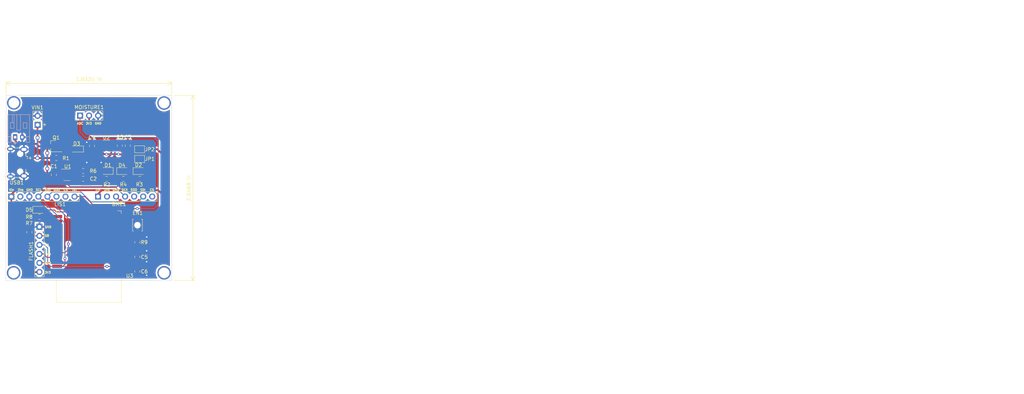
<source format=kicad_pcb>
(kicad_pcb (version 20171130) (host pcbnew "(5.1.9)-1")
  (layers (0 F.Cu signal) (31 B.Cu signal) (34 B.Paste user hide) (35 F.Paste user hide) (36 B.SilkS user) (37 F.SilkS user) (38 B.Mask user hide) (39 F.Mask user) (44 Edge.Cuts user))
  (net 0 "")
  (net 1 GND)
  (net 2 +BATT)
  (net 3 VBUS)
  (net 4 +3V3)
  (net 5 EN)
  (net 6 "Net-(D1-Pad1)")
  (net 7 IO2)
  (net 8 "Net-(D5-Pad1)")
  (net 9 SDA)
  (net 10 SCL)
  (net 11 TX0)
  (net 12 RX0)
  (net 13 IO0)
  (net 14 "Net-(R5-Pad1)")
  (net 15 "Net-(D4-Pad2)")
  (net 16 "Net-(U2-Pad4)")
  (net 17 "Net-(U3-Pad32)")
  (net 18 "Net-(BME1-Pad7)")
  (net 19 "Net-(BME1-Pad5)")
  (net 20 "Net-(BME1-Pad2)")
  (net 21 "Net-(C3-Pad1)")
  (net 22 "Net-(U3-Pad37)")
  (net 23 "Net-(U3-Pad31)")
  (net 24 "Net-(U3-Pad30)")
  (net 25 "Net-(U3-Pad29)")
  (net 26 "Net-(U3-Pad28)")
  (net 27 "Net-(U3-Pad27)")
  (net 28 "Net-(U3-Pad26)")
  (net 29 "Net-(U3-Pad23)")
  (net 30 "Net-(U3-Pad22)")
  (net 31 "Net-(U3-Pad21)")
  (net 32 "Net-(U3-Pad20)")
  (net 33 "Net-(U3-Pad19)")
  (net 34 "Net-(U3-Pad18)")
  (net 35 "Net-(U3-Pad17)")
  (net 36 "Net-(U3-Pad16)")
  (net 37 "Net-(U3-Pad14)")
  (net 38 "Net-(U3-Pad13)")
  (net 39 "Net-(U3-Pad12)")
  (net 40 "Net-(U3-Pad11)")
  (net 41 "Net-(U3-Pad10)")
  (net 42 "Net-(U3-Pad8)")
  (net 43 "Net-(U3-Pad7)")
  (net 44 "Net-(U3-Pad5)")
  (net 45 "Net-(U3-Pad4)")
  (net 46 "Net-(USB1-Pad4)")
  (net 47 "Net-(USB1-Pad3)")
  (net 48 "Net-(USB1-Pad2)")
  (net 49 "Net-(C4-Pad1)")
  (net 50 "Net-(R2-Pad1)")
  (net 51 "Net-(D2-Pad2)")
  (net 52 "Net-(D2-Pad1)")
  (net 53 "Net-(R6-Pad1)")
  (net 54 INT)
  (net 55 "Net-(LIS1-Pad7)")
  (net 56 "Net-(LIS1-Pad6)")
  (net 57 "Net-(LIS1-Pad2)")
  (net 58 ADC1)
  (module MountingHole:MountingHole_2.2mm_M2_DIN965_Pad (layer F.Cu) (at 127.68834 123.15444)
    (fp_text reference H4 hide)
    (fp_text value MountingHole)
    (pad 1 thru_hole circle (at 0 0) (size 3.8 3.8) (drill 3) (layers *.Cu *.Mask))
  )
  (module MountingHole:MountingHole_2.2mm_M2_DIN965_Pad (layer F.Cu) (at 169.99458 123.14682)
    (fp_text reference H3 hide)
    (fp_text value MountingHole)
    (pad 1 thru_hole circle (at 0 0) (size 3.8 3.8) (drill 3) (layers *.Cu *.Mask))
  )
  (module MountingHole:MountingHole_2.2mm_M2_DIN965_Pad (layer F.Cu) (at 169.98188 75.42022)
    (fp_text reference H2 hide)
    (fp_text value MountingHole)
    (pad 1 thru_hole circle (at 0 0) (size 3.8 3.8) (drill 3) (layers *.Cu *.Mask))
  )
  (module MountingHole:MountingHole_2.2mm_M2_DIN965_Pad (layer F.Cu) (at 127.73914 75.37704)
    (fp_text reference H1 hide)
    (fp_text value MountingHole)
    (pad 1 thru_hole circle (at 0 0) (size 3.8 3.8) (drill 3) (layers *.Cu *.Mask))
  )
  (module Connector_PinHeader_2.54mm:PinHeader_1x03_P2.54mm_Vertical (layer F.Cu) (at 146.35988 78.95336 90)
    (fp_text reference MOISTURE1 (at 2.35336 2.57012 180) (layer F.SilkS))
    (fp_text value MOISTURE)
    (pad 3 thru_hole oval (at 0 5.08 90) (size 1.7 1.7) (drill 1) (layers *.Cu *.Mask) (net 1 GND))
    (pad 2 thru_hole oval (at 0 2.54 90) (size 1.7 1.7) (drill 1) (layers *.Cu *.Mask) (net 4 +3V3))
    (pad 1 thru_hole rect (at 0 0 90) (size 1.7 1.7) (drill 1) (layers *.Cu *.Mask) (net 58 ADC1))
  )
  (module Diode_SMD:D_SOD-323_HandSoldering (layer F.Cu) (at 145.43428 88.34248 180)
    (fp_text reference D3 (at 0.01652 1.50432) (layer F.SilkS))
    (fp_text value 1A/23V/620mV)
    (pad 2 smd rect (at 1.25 0 180) (size 1 1) (layers F.Cu F.Paste F.Mask) (net 3 VBUS))
    (pad 1 smd rect (at -1.25 0 180) (size 1 1) (layers F.Cu F.Paste F.Mask) (net 49 "Net-(C4-Pad1)"))
  )
  (module LED_SMD:LED_0805_2012Metric_Pad1.15x1.40mm_HandSolder (layer F.Cu) (at 163.13 94.55)
    (fp_text reference D2 (at -0.35 -1.71) (layer F.SilkS))
    (fp_text value Red)
    (pad 2 smd roundrect (at 1.025 0) (size 1.15 1.4) (layers F.Cu F.Paste F.Mask) (roundrect_rratio 0.2173904347826087) (net 51 "Net-(D2-Pad2)"))
    (pad 1 smd roundrect (at -1.025 0) (size 1.15 1.4) (layers F.Cu F.Paste F.Mask) (roundrect_rratio 0.2173904347826087) (net 52 "Net-(D2-Pad1)"))
  )
  (module Jumper:SolderJumper-2_P1.3mm_Open_TrianglePad1.0x1.5mm (layer F.Cu) (at 163.085 88.42)
    (fp_text reference JP2 (at 2.875 0.04) (layer F.SilkS))
    (fp_text value SJ)
    (pad 1 smd custom (at -0.725 0) (size 0.3 0.3) (layers F.Cu F.Mask) (net 21 "Net-(C3-Pad1)") (options (clearance outline) (anchor rect)) (primitives (gr_poly (pts (xy -0.5 -0.75) (xy 0.5 -0.75) (xy 1 0) (xy 0.5 0.75) (xy -0.5 0.75)) (width 0))))
    (pad 2 smd custom (at 0.725 0) (size 0.3 0.3) (layers F.Cu F.Mask) (net 4 +3V3) (options (clearance outline) (anchor rect)) (primitives (gr_poly (pts (xy -0.65 -0.75) (xy 0.5 -0.75) (xy 0.5 0.75) (xy -0.65 0.75) (xy -0.15 0)) (width 0))))
  )
  (module LED_SMD:LED_0805_2012Metric_Pad1.15x1.40mm_HandSolder (layer F.Cu) (at 158.54 94.55)
    (fp_text reference D4 (at -0.42 -1.64 180) (layer F.SilkS))
    (fp_text value Green)
    (pad 1 smd roundrect (at -1.025 0) (size 1.15 1.4) (layers F.Cu F.Paste F.Mask) (roundrect_rratio 0.2173904347826087) (net 1 GND))
    (pad 2 smd roundrect (at 1.025 0) (size 1.15 1.4) (layers F.Cu F.Paste F.Mask) (roundrect_rratio 0.2173904347826087) (net 15 "Net-(D4-Pad2)"))
  )
  (module Package_TO_SOT_SMD:SOT-23-5_HandSoldering (layer F.Cu) (at 142.6638 95.60794)
    (fp_text reference U1 (at 0.23174 -2.35628) (layer F.SilkS))
    (fp_text value MCP73831)
    (pad 5 smd rect (at 1.35 -0.95) (size 1.56 0.65) (layers F.Cu F.Paste F.Mask) (net 53 "Net-(R6-Pad1)"))
    (pad 4 smd rect (at 1.35 0.95) (size 1.56 0.65) (layers F.Cu F.Paste F.Mask) (net 3 VBUS))
    (pad 3 smd rect (at -1.35 0.95) (size 1.56 0.65) (layers F.Cu F.Paste F.Mask) (net 2 +BATT))
    (pad 2 smd rect (at -1.35 0) (size 1.56 0.65) (layers F.Cu F.Paste F.Mask) (net 1 GND))
    (pad 1 smd rect (at -1.35 -0.95) (size 1.56 0.65) (layers F.Cu F.Paste F.Mask) (net 50 "Net-(R2-Pad1)"))
  )
  (module RF_Module:ESP32-WROOM-32 (layer F.Cu) (at 148.83 115.6 180)
    (fp_text reference U3 (at -11.48972 -8.3774 180) (layer F.SilkS))
    (fp_text value ESP32-WROOM-32)
    (pad 39 smd rect (at -1 -0.755 180) (size 5 5) (layers F.Cu F.Paste F.Mask) (net 1 GND))
    (pad 1 smd rect (at -8.5 -8.255 180) (size 2.8 0.9) (drill (offset -0.4 0)) (layers F.Cu F.Paste F.Mask) (net 1 GND))
    (pad 2 smd rect (at -8.5 -6.985 180) (size 2.8 0.9) (drill (offset -0.4 0)) (layers F.Cu F.Paste F.Mask) (net 4 +3V3))
    (pad 3 smd rect (at -8.5 -5.715 180) (size 2.8 0.9) (drill (offset -0.4 0)) (layers F.Cu F.Paste F.Mask) (net 5 EN))
    (pad 4 smd rect (at -8.5 -4.445 180) (size 2.8 0.9) (drill (offset -0.4 0)) (layers F.Cu F.Paste F.Mask) (net 45 "Net-(U3-Pad4)"))
    (pad 5 smd rect (at -8.5 -3.175 180) (size 2.8 0.9) (drill (offset -0.4 0)) (layers F.Cu F.Paste F.Mask) (net 44 "Net-(U3-Pad5)"))
    (pad 6 smd rect (at -8.5 -1.905 180) (size 2.8 0.9) (drill (offset -0.4 0)) (layers F.Cu F.Paste F.Mask) (net 58 ADC1))
    (pad 7 smd rect (at -8.5 -0.635 180) (size 2.8 0.9) (drill (offset -0.4 0)) (layers F.Cu F.Paste F.Mask) (net 43 "Net-(U3-Pad7)"))
    (pad 8 smd rect (at -8.5 0.635 180) (size 2.8 0.9) (drill (offset -0.4 0)) (layers F.Cu F.Paste F.Mask) (net 42 "Net-(U3-Pad8)"))
    (pad 9 smd rect (at -8.5 1.905 180) (size 2.8 0.9) (drill (offset -0.4 0)) (layers F.Cu F.Paste F.Mask) (net 54 INT))
    (pad 10 smd rect (at -8.5 3.175 180) (size 2.8 0.9) (drill (offset -0.4 0)) (layers F.Cu F.Paste F.Mask) (net 41 "Net-(U3-Pad10)"))
    (pad 11 smd rect (at -8.5 4.445 180) (size 2.8 0.9) (drill (offset -0.4 0)) (layers F.Cu F.Paste F.Mask) (net 40 "Net-(U3-Pad11)"))
    (pad 12 smd rect (at -8.5 5.715 180) (size 2.8 0.9) (drill (offset -0.4 0)) (layers F.Cu F.Paste F.Mask) (net 39 "Net-(U3-Pad12)"))
    (pad 13 smd rect (at -8.5 6.985 180) (size 2.8 0.9) (drill (offset -0.4 0)) (layers F.Cu F.Paste F.Mask) (net 38 "Net-(U3-Pad13)"))
    (pad 14 smd rect (at -8.5 8.255 180) (size 2.8 0.9) (drill (offset -0.4 0)) (layers F.Cu F.Paste F.Mask) (net 37 "Net-(U3-Pad14)"))
    (pad 15 smd rect (at -5.715 9.255 270) (size 2.8 0.9) (drill (offset -0.4 0)) (layers F.Cu F.Paste F.Mask) (net 1 GND))
    (pad 16 smd rect (at -4.445 9.255 270) (size 2.8 0.9) (drill (offset -0.4 0)) (layers F.Cu F.Paste F.Mask) (net 36 "Net-(U3-Pad16)"))
    (pad 17 smd rect (at -3.175 9.255 270) (size 2.8 0.9) (drill (offset -0.4 0)) (layers F.Cu F.Paste F.Mask) (net 35 "Net-(U3-Pad17)"))
    (pad 18 smd rect (at -1.905 9.255 270) (size 2.8 0.9) (drill (offset -0.4 0)) (layers F.Cu F.Paste F.Mask) (net 34 "Net-(U3-Pad18)"))
    (pad 19 smd rect (at -0.635 9.255 270) (size 2.8 0.9) (drill (offset -0.4 0)) (layers F.Cu F.Paste F.Mask) (net 33 "Net-(U3-Pad19)"))
    (pad 20 smd rect (at 0.635 9.255 270) (size 2.8 0.9) (drill (offset -0.4 0)) (layers F.Cu F.Paste F.Mask) (net 32 "Net-(U3-Pad20)"))
    (pad 21 smd rect (at 1.905 9.255 270) (size 2.8 0.9) (drill (offset -0.4 0)) (layers F.Cu F.Paste F.Mask) (net 31 "Net-(U3-Pad21)"))
    (pad 22 smd rect (at 3.175 9.255 270) (size 2.8 0.9) (drill (offset -0.4 0)) (layers F.Cu F.Paste F.Mask) (net 30 "Net-(U3-Pad22)"))
    (pad 23 smd rect (at 4.445 9.255 270) (size 2.8 0.9) (drill (offset -0.4 0)) (layers F.Cu F.Paste F.Mask) (net 29 "Net-(U3-Pad23)"))
    (pad 24 smd rect (at 5.715 9.255 270) (size 2.8 0.9) (drill (offset -0.4 0)) (layers F.Cu F.Paste F.Mask) (net 7 IO2))
    (pad 25 smd rect (at 8.5 8.255 180) (size 2.8 0.9) (drill (offset 0.4 0)) (layers F.Cu F.Paste F.Mask) (net 13 IO0))
    (pad 26 smd rect (at 8.5 6.985 180) (size 2.8 0.9) (drill (offset 0.4 0)) (layers F.Cu F.Paste F.Mask) (net 28 "Net-(U3-Pad26)"))
    (pad 27 smd rect (at 8.5 5.715 180) (size 2.8 0.9) (drill (offset 0.4 0)) (layers F.Cu F.Paste F.Mask) (net 27 "Net-(U3-Pad27)"))
    (pad 28 smd rect (at 8.5 4.445 180) (size 2.8 0.9) (drill (offset 0.4 0)) (layers F.Cu F.Paste F.Mask) (net 26 "Net-(U3-Pad28)"))
    (pad 29 smd rect (at 8.5 3.175 180) (size 2.8 0.9) (drill (offset 0.4 0)) (layers F.Cu F.Paste F.Mask) (net 25 "Net-(U3-Pad29)"))
    (pad 30 smd rect (at 8.5 1.905 180) (size 2.8 0.9) (drill (offset 0.4 0)) (layers F.Cu F.Paste F.Mask) (net 24 "Net-(U3-Pad30)"))
    (pad 31 smd rect (at 8.5 0.635 180) (size 2.8 0.9) (drill (offset 0.4 0)) (layers F.Cu F.Paste F.Mask) (net 23 "Net-(U3-Pad31)"))
    (pad 32 smd rect (at 8.5 -0.635 180) (size 2.8 0.9) (drill (offset 0.4 0)) (layers F.Cu F.Paste F.Mask) (net 17 "Net-(U3-Pad32)"))
    (pad 33 smd rect (at 8.5 -1.905 180) (size 2.8 0.9) (drill (offset 0.4 0)) (layers F.Cu F.Paste F.Mask) (net 9 SDA))
    (pad 34 smd rect (at 8.5 -3.175 180) (size 2.8 0.9) (drill (offset 0.4 0)) (layers F.Cu F.Paste F.Mask) (net 12 RX0))
    (pad 35 smd rect (at 8.5 -4.445 180) (size 2.8 0.9) (drill (offset 0.4 0)) (layers F.Cu F.Paste F.Mask) (net 11 TX0))
    (pad 36 smd rect (at 8.5 -5.715 180) (size 2.8 0.9) (drill (offset 0.4 0)) (layers F.Cu F.Paste F.Mask) (net 10 SCL))
    (pad 37 smd rect (at 8.5 -6.985 180) (size 2.8 0.9) (drill (offset 0.4 0)) (layers F.Cu F.Paste F.Mask) (net 22 "Net-(U3-Pad37)"))
    (pad 38 smd rect (at 8.5 -8.255 180) (size 2.8 0.9) (drill (offset 0.4 0)) (layers F.Cu F.Paste F.Mask) (net 1 GND))
  )
  (module Connector_USB:USB_Micro-B_Wuerth_629105150521 (layer F.Cu) (at 128.73 92.19 270)
    (fp_text reference USB1 (at 5.61086 0.15494) (layer F.SilkS))
    (fp_text value USB_B_Micro)
    (pad "" np_thru_hole oval (at 2.5 -0.8 270) (size 0.8 0.8) (drill 0.8) (layers *.Cu *.Mask))
    (pad "" np_thru_hole oval (at -2.5 -0.8 270) (size 0.8 0.8) (drill 0.8) (layers *.Cu *.Mask))
    (pad 6 thru_hole oval (at 3.875 1.95 270) (size 1.15 1.8) (drill oval 0.55 1.2) (layers *.Cu *.Mask) (net 1 GND))
    (pad 6 thru_hole oval (at -3.875 1.95 270) (size 1.15 1.8) (drill oval 0.55 1.2) (layers *.Cu *.Mask) (net 1 GND))
    (pad 6 thru_hole oval (at 3.725 -1.85 270) (size 1.45 2) (drill oval 0.85 1.4) (layers *.Cu *.Mask) (net 1 GND))
    (pad 6 thru_hole oval (at -3.725 -1.85 270) (size 1.45 2) (drill oval 0.85 1.4) (layers *.Cu *.Mask) (net 1 GND))
    (pad 5 smd rect (at 1.3 -1.9 270) (size 0.45 1.7) (drill (offset 0 -0.2)) (layers F.Cu F.Paste F.Mask) (net 1 GND))
    (pad 4 smd rect (at 0.65 -1.9 270) (size 0.45 1.7) (drill (offset 0 -0.2)) (layers F.Cu F.Paste F.Mask) (net 46 "Net-(USB1-Pad4)"))
    (pad 3 smd rect (at 0 -1.9 270) (size 0.45 1.7) (drill (offset 0 -0.2)) (layers F.Cu F.Paste F.Mask) (net 47 "Net-(USB1-Pad3)"))
    (pad 2 smd rect (at -0.65 -1.9 270) (size 0.45 1.7) (drill (offset 0 -0.2)) (layers F.Cu F.Paste F.Mask) (net 48 "Net-(USB1-Pad2)"))
    (pad 1 smd rect (at -1.3 -1.9 270) (size 0.45 1.7) (drill (offset 0 -0.2)) (layers F.Cu F.Paste F.Mask) (net 3 VBUS))
  )
  (module Button_Switch_SMD:SW_SPST_B3U-1000P-B (layer F.Cu) (at 162.5 109.76 270)
    (fp_text reference EN1 (at -3.43306 -0.05238) (layer F.SilkS))
    (fp_text value Switch)
    (pad "" np_thru_hole circle (at 0 0 270) (size 0.8 0.8) (drill 0.8) (layers *.Cu *.Mask))
    (pad 2 smd rect (at 1.7 0 270) (size 1.3 1.7) (drill (offset 0.2 0)) (layers F.Cu F.Paste F.Mask) (net 5 EN))
    (pad 1 smd rect (at -1.7 0 270) (size 1.3 1.7) (drill (offset -0.2 0)) (layers F.Cu F.Paste F.Mask) (net 1 GND))
  )
  (module Connector_PinHeader_2.54mm:PinHeader_1x08_P2.54mm_Vertical (layer F.Cu) (at 127.03 101.72 90)
    (fp_text reference LIS1 (at -2.15 13.71 180) (layer F.SilkS))
    (fp_text value LIS3DH)
    (pad 1 thru_hole rect (at 0 0 90) (size 1.7 1.7) (drill 1) (layers *.Cu *.Mask) (net 4 +3V3))
    (pad 2 thru_hole oval (at 0 2.54 90) (size 1.7 1.7) (drill 1) (layers *.Cu *.Mask) (net 57 "Net-(LIS1-Pad2)"))
    (pad 3 thru_hole oval (at 0 5.08 90) (size 1.7 1.7) (drill 1) (layers *.Cu *.Mask) (net 1 GND))
    (pad 4 thru_hole oval (at 0 7.62 90) (size 1.7 1.7) (drill 1) (layers *.Cu *.Mask) (net 10 SCL))
    (pad 5 thru_hole oval (at 0 10.16 90) (size 1.7 1.7) (drill 1) (layers *.Cu *.Mask) (net 9 SDA))
    (pad 6 thru_hole oval (at 0 12.7 90) (size 1.7 1.7) (drill 1) (layers *.Cu *.Mask) (net 56 "Net-(LIS1-Pad6)"))
    (pad 7 thru_hole oval (at 0 15.24 90) (size 1.7 1.7) (drill 1) (layers *.Cu *.Mask) (net 55 "Net-(LIS1-Pad7)"))
    (pad 8 thru_hole oval (at 0 17.78 90) (size 1.7 1.7) (drill 1) (layers *.Cu *.Mask) (net 54 INT))
  )
  (module Connector_PinHeader_2.54mm:PinHeader_1x02_P2.54mm_Vertical (layer F.Cu) (at 134.43 81.565 180)
    (fp_text reference VIN1 (at 0.04 4.895 180) (layer F.SilkS))
    (fp_text value Conn_01x07)
    (pad 2 thru_hole oval (at 0 2.54 180) (size 1.7 1.7) (drill 1) (layers *.Cu *.Mask) (net 1 GND))
    (pad 1 thru_hole rect (at 0 0 180) (size 1.7 1.7) (drill 1) (layers *.Cu *.Mask) (net 3 VBUS))
  )
  (module Connector_PinHeader_2.54mm:PinHeader_1x06_P2.54mm_Vertical (layer F.Cu) (at 134.94 110.21)
    (fp_text reference FLASH1 (at -2.3495 6.83514 90) (layer F.SilkS))
    (fp_text value Conn_01x07)
    (pad 6 thru_hole oval (at 0 12.7) (size 1.7 1.7) (drill 1) (layers *.Cu *.Mask) (net 4 +3V3))
    (pad 5 thru_hole oval (at 0 10.16) (size 1.7 1.7) (drill 1) (layers *.Cu *.Mask) (net 11 TX0))
    (pad 4 thru_hole oval (at 0 7.62) (size 1.7 1.7) (drill 1) (layers *.Cu *.Mask) (net 12 RX0))
    (pad 3 thru_hole oval (at 0 5.08) (size 1.7 1.7) (drill 1) (layers *.Cu *.Mask) (net 5 EN))
    (pad 2 thru_hole oval (at 0 2.54) (size 1.7 1.7) (drill 1) (layers *.Cu *.Mask) (net 13 IO0))
    (pad 1 thru_hole rect (at 0 0) (size 1.7 1.7) (drill 1) (layers *.Cu *.Mask) (net 1 GND))
  )
  (module Connector_PinHeader_2.54mm:PinHeader_1x07_P2.54mm_Vertical (layer F.Cu) (at 151.41 101.7 90)
    (fp_text reference BME1 (at -2.17 5.91 180) (layer F.SilkS))
    (fp_text value BME680)
    (pad 7 thru_hole oval (at 0 15.24 90) (size 1.7 1.7) (drill 1) (layers *.Cu *.Mask) (net 18 "Net-(BME1-Pad7)"))
    (pad 6 thru_hole oval (at 0 12.7 90) (size 1.7 1.7) (drill 1) (layers *.Cu *.Mask) (net 9 SDA))
    (pad 5 thru_hole oval (at 0 10.16 90) (size 1.7 1.7) (drill 1) (layers *.Cu *.Mask) (net 19 "Net-(BME1-Pad5)"))
    (pad 4 thru_hole oval (at 0 7.62 90) (size 1.7 1.7) (drill 1) (layers *.Cu *.Mask) (net 10 SCL))
    (pad 3 thru_hole oval (at 0 5.08 90) (size 1.7 1.7) (drill 1) (layers *.Cu *.Mask) (net 1 GND))
    (pad 2 thru_hole oval (at 0 2.54 90) (size 1.7 1.7) (drill 1) (layers *.Cu *.Mask) (net 20 "Net-(BME1-Pad2)"))
    (pad 1 thru_hole rect (at 0 0 90) (size 1.7 1.7) (drill 1) (layers *.Cu *.Mask) (net 4 +3V3))
  )
  (module Package_TO_SOT_SMD:SOT-23-5_HandSoldering (layer F.Cu) (at 153.77378 87.47432 180)
    (fp_text reference U2 (at 0.01212 2.35828) (layer F.SilkS))
    (fp_text value AP2112K-3.3)
    (pad 5 smd rect (at 1.35 -0.95 180) (size 1.56 0.65) (layers F.Cu F.Paste F.Mask) (net 21 "Net-(C3-Pad1)"))
    (pad 4 smd rect (at 1.35 0.95 180) (size 1.56 0.65) (layers F.Cu F.Paste F.Mask) (net 16 "Net-(U2-Pad4)"))
    (pad 3 smd rect (at -1.35 0.95 180) (size 1.56 0.65) (layers F.Cu F.Paste F.Mask) (net 14 "Net-(R5-Pad1)"))
    (pad 2 smd rect (at -1.35 0 180) (size 1.56 0.65) (layers F.Cu F.Paste F.Mask) (net 1 GND))
    (pad 1 smd rect (at -1.35 -0.95 180) (size 1.56 0.65) (layers F.Cu F.Paste F.Mask) (net 49 "Net-(C4-Pad1)"))
  )
  (module Resistor_SMD:R_0805_2012Metric_Pad1.15x1.40mm_HandSolder (layer F.Cu) (at 163.13 96.76)
    (fp_text reference R3 (at -0.08 1.59) (layer F.SilkS))
    (fp_text value 1K)
    (pad 1 smd roundrect (at -1.025 0) (size 1.15 1.4) (layers F.Cu F.Paste F.Mask) (roundrect_rratio 0.2173904347826087) (net 52 "Net-(D2-Pad1)"))
    (pad 2 smd roundrect (at 1.025 0) (size 1.15 1.4) (layers F.Cu F.Paste F.Mask) (roundrect_rratio 0.2173904347826087) (net 1 GND))
  )
  (module Jumper:SolderJumper-2_P1.3mm_Open_TrianglePad1.0x1.5mm (layer F.Cu) (at 163.1 91.15 180)
    (fp_text reference JP1 (at -2.88 0.02) (layer F.SilkS))
    (fp_text value SJ)
    (pad 1 smd custom (at -0.725 0 180) (size 0.3 0.3) (layers F.Cu F.Mask) (net 4 +3V3) (options (clearance outline) (anchor rect)) (primitives (gr_poly (pts (xy -0.5 -0.75) (xy 0.5 -0.75) (xy 1 0) (xy 0.5 0.75) (xy -0.5 0.75)) (width 0))))
    (pad 2 smd custom (at 0.725 0 180) (size 0.3 0.3) (layers F.Cu F.Mask) (net 51 "Net-(D2-Pad2)") (options (clearance outline) (anchor rect)) (primitives (gr_poly (pts (xy -0.65 -0.75) (xy 0.5 -0.75) (xy 0.5 0.75) (xy -0.65 0.75) (xy -0.15 0)) (width 0))))
  )
  (module LED_SMD:LED_0805_2012Metric_Pad1.15x1.40mm_HandSolder (layer F.Cu) (at 134.9392 105.44418)
    (fp_text reference D5 (at -2.8992 -0.00418) (layer F.SilkS))
    (fp_text value Blue)
    (pad 1 smd roundrect (at -1.025 0) (size 1.15 1.4) (layers F.Cu F.Paste F.Mask) (roundrect_rratio 0.2173904347826087) (net 8 "Net-(D5-Pad1)"))
    (pad 2 smd roundrect (at 1.025 0) (size 1.15 1.4) (layers F.Cu F.Paste F.Mask) (roundrect_rratio 0.2173904347826087) (net 7 IO2))
  )
  (module Connector_JST:JST_PH_S2B-PH-K_1x02_P2.00mm_Horizontal (layer B.Cu) (at 128.1 85.03)
    (fp_text reference BATTERY1 hide)
    (fp_text value LiPo)
    (pad 2 thru_hole oval (at 2 0) (size 1.2 1.75) (drill 0.75) (layers *.Cu *.Mask) (net 1 GND))
    (pad 1 thru_hole roundrect (at 0 0) (size 1.2 1.75) (drill 0.75) (layers *.Cu *.Mask) (roundrect_rratio 0.2083325) (net 2 +BATT))
  )
  (module Resistor_SMD:R_0805_2012Metric_Pad1.15x1.40mm_HandSolder (layer F.Cu) (at 132.13588 111.72952 90)
    (fp_text reference R7 (at 2.50444 -0.08636 180) (layer F.SilkS))
    (fp_text value 10K)
    (pad 1 smd roundrect (at -1.025 0 90) (size 1.15 1.4) (layers F.Cu F.Paste F.Mask) (roundrect_rratio 0.2173904347826087) (net 13 IO0))
    (pad 2 smd roundrect (at 1.025 0 90) (size 1.15 1.4) (layers F.Cu F.Paste F.Mask) (roundrect_rratio 0.2173904347826087) (net 4 +3V3))
  )
  (module Resistor_SMD:R_0805_2012Metric_Pad1.15x1.40mm_HandSolder (layer F.Cu) (at 162.47 114.58 90)
    (fp_text reference R9 (at 0.01 1.92 180) (layer F.SilkS))
    (fp_text value 10K)
    (pad 2 smd roundrect (at 1.025 0 90) (size 1.15 1.4) (layers F.Cu F.Paste F.Mask) (roundrect_rratio 0.2173904347826087) (net 5 EN))
    (pad 1 smd roundrect (at -1.025 0 90) (size 1.15 1.4) (layers F.Cu F.Paste F.Mask) (roundrect_rratio 0.2173904347826087) (net 4 +3V3))
  )
  (module Resistor_SMD:R_0805_2012Metric_Pad1.15x1.40mm_HandSolder (layer F.Cu) (at 134.9397 107.40438)
    (fp_text reference R8 (at -2.8997 0.03562) (layer F.SilkS))
    (fp_text value 1K)
    (pad 1 smd roundrect (at -1.025 0) (size 1.15 1.4) (layers F.Cu F.Paste F.Mask) (roundrect_rratio 0.2173904347826087) (net 8 "Net-(D5-Pad1)"))
    (pad 2 smd roundrect (at 1.025 0) (size 1.15 1.4) (layers F.Cu F.Paste F.Mask) (roundrect_rratio 0.2173904347826087) (net 1 GND))
  )
  (module Resistor_SMD:R_0805_2012Metric_Pad1.15x1.40mm_HandSolder (layer F.Cu) (at 147.23 94.53)
    (fp_text reference R6 (at 2.8146 -0.01) (layer F.SilkS))
    (fp_text value 1.0K)
    (pad 1 smd roundrect (at -1.025 0) (size 1.15 1.4) (layers F.Cu F.Paste F.Mask) (roundrect_rratio 0.2173904347826087) (net 53 "Net-(R6-Pad1)"))
    (pad 2 smd roundrect (at 1.025 0) (size 1.15 1.4) (layers F.Cu F.Paste F.Mask) (roundrect_rratio 0.2173904347826087) (net 1 GND))
  )
  (module Resistor_SMD:R_0805_2012Metric_Pad1.15x1.40mm_HandSolder (layer F.Cu) (at 158.52 96.75 180)
    (fp_text reference R4 (at -0.02 -1.59) (layer F.SilkS))
    (fp_text value 1K)
    (pad 1 smd roundrect (at -1.025 0 180) (size 1.15 1.4) (layers F.Cu F.Paste F.Mask) (roundrect_rratio 0.2173904347826087) (net 15 "Net-(D4-Pad2)"))
    (pad 2 smd roundrect (at 1.025 0 180) (size 1.15 1.4) (layers F.Cu F.Paste F.Mask) (roundrect_rratio 0.2173904347826087) (net 50 "Net-(R2-Pad1)"))
  )
  (module Resistor_SMD:R_0805_2012Metric_Pad1.15x1.40mm_HandSolder (layer F.Cu) (at 157.54118 87.42236 270)
    (fp_text reference R5 (at -2.40792 -0.01524 180) (layer F.SilkS))
    (fp_text value 100K)
    (pad 2 smd roundrect (at 1.025 0 270) (size 1.15 1.4) (layers F.Cu F.Paste F.Mask) (roundrect_rratio 0.2173904347826087) (net 49 "Net-(C4-Pad1)"))
    (pad 1 smd roundrect (at -1.025 0 270) (size 1.15 1.4) (layers F.Cu F.Paste F.Mask) (roundrect_rratio 0.2173904347826087) (net 14 "Net-(R5-Pad1)"))
  )
  (module Resistor_SMD:R_0805_2012Metric_Pad1.15x1.40mm_HandSolder (layer F.Cu) (at 153.84 96.75)
    (fp_text reference R2 (at 0.07 1.61) (layer F.SilkS))
    (fp_text value 1K)
    (pad 2 smd roundrect (at 1.025 0) (size 1.15 1.4) (layers F.Cu F.Paste F.Mask) (roundrect_rratio 0.2173904347826087) (net 6 "Net-(D1-Pad1)"))
    (pad 1 smd roundrect (at -1.025 0) (size 1.15 1.4) (layers F.Cu F.Paste F.Mask) (roundrect_rratio 0.2173904347826087) (net 50 "Net-(R2-Pad1)"))
  )
  (module Resistor_SMD:R_0805_2012Metric_Pad1.15x1.40mm_HandSolder (layer F.Cu) (at 139.7053 90.85136 180)
    (fp_text reference R1 (at -2.68986 -0.08382) (layer F.SilkS))
    (fp_text value 10K)
    (pad 2 smd roundrect (at 1.025 0 180) (size 1.15 1.4) (layers F.Cu F.Paste F.Mask) (roundrect_rratio 0.2173904347826087) (net 3 VBUS))
    (pad 1 smd roundrect (at -1.025 0 180) (size 1.15 1.4) (layers F.Cu F.Paste F.Mask) (roundrect_rratio 0.2173904347826087) (net 1 GND))
  )
  (module Package_TO_SOT_SMD:SOT-23_Handsoldering (layer F.Cu) (at 138.85186 87.55444 180)
    (fp_text reference Q1 (at -0.77978 2.4003) (layer F.SilkS))
    (fp_text value 2.5A/30V)
    (pad 1 smd rect (at -1.5 -0.95 180) (size 1.9 0.8) (layers F.Cu F.Paste F.Mask) (net 3 VBUS))
    (pad 2 smd rect (at -1.5 0.95 180) (size 1.9 0.8) (layers F.Cu F.Paste F.Mask) (net 49 "Net-(C4-Pad1)"))
    (pad 3 smd rect (at 1.5 0 180) (size 1.9 0.8) (layers F.Cu F.Paste F.Mask) (net 2 +BATT))
  )
  (module LED_SMD:LED_0805_2012Metric_Pad1.15x1.40mm_HandSolder (layer F.Cu) (at 153.81 94.52 180)
    (fp_text reference D1 (at -0.39 1.65) (layer F.SilkS))
    (fp_text value Red)
    (pad 1 smd roundrect (at -1.025 0 180) (size 1.15 1.4) (layers F.Cu F.Paste F.Mask) (roundrect_rratio 0.2173904347826087) (net 6 "Net-(D1-Pad1)"))
    (pad 2 smd roundrect (at 1.025 0 180) (size 1.15 1.4) (layers F.Cu F.Paste F.Mask) (roundrect_rratio 0.2173904347826087) (net 3 VBUS))
  )
  (module Capacitor_SMD:C_0805_2012Metric_Pad1.15x1.40mm_HandSolder (layer F.Cu) (at 162.47 122.77 270)
    (fp_text reference C6 (at 0.01384 -1.96102 180) (layer F.SilkS))
    (fp_text value 10uF/10V)
    (pad 2 smd roundrect (at 1.025 0 270) (size 1.15 1.4) (layers F.Cu F.Paste F.Mask) (roundrect_rratio 0.2173904347826087) (net 1 GND))
    (pad 1 smd roundrect (at -1.025 0 270) (size 1.15 1.4) (layers F.Cu F.Paste F.Mask) (roundrect_rratio 0.2173904347826087) (net 4 +3V3))
  )
  (module Capacitor_SMD:C_0805_2012Metric_Pad1.15x1.40mm_HandSolder (layer F.Cu) (at 162.47 118.66 90)
    (fp_text reference C5 (at -0.06722 1.97) (layer F.SilkS))
    (fp_text value 0.1uF/50V)
    (pad 2 smd roundrect (at 1.025 0 90) (size 1.15 1.4) (layers F.Cu F.Paste F.Mask) (roundrect_rratio 0.2173904347826087) (net 1 GND))
    (pad 1 smd roundrect (at -1.025 0 90) (size 1.15 1.4) (layers F.Cu F.Paste F.Mask) (roundrect_rratio 0.2173904347826087) (net 4 +3V3))
  )
  (module Capacitor_SMD:C_0805_2012Metric_Pad1.15x1.40mm_HandSolder (layer F.Cu) (at 149.72516 87.46934 90)
    (fp_text reference C4 (at 2.40918 -0.0021 180) (layer F.SilkS))
    (fp_text value 1.0uF/6.3V)
    (pad 2 smd roundrect (at 1.025 0 90) (size 1.15 1.4) (layers F.Cu F.Paste F.Mask) (roundrect_rratio 0.2173904347826087) (net 1 GND))
    (pad 1 smd roundrect (at -1.025 0 90) (size 1.15 1.4) (layers F.Cu F.Paste F.Mask) (roundrect_rratio 0.2173904347826087) (net 49 "Net-(C4-Pad1)"))
  )
  (module Capacitor_SMD:C_0805_2012Metric_Pad1.15x1.40mm_HandSolder (layer F.Cu) (at 159.79924 87.4249 90)
    (fp_text reference C3 (at 2.41046 -0.0127 180) (layer F.SilkS))
    (fp_text value 1.0uF/6.3V)
    (pad 2 smd roundrect (at 1.025 0 90) (size 1.15 1.4) (layers F.Cu F.Paste F.Mask) (roundrect_rratio 0.2173904347826087) (net 1 GND))
    (pad 1 smd roundrect (at -1.025 0 90) (size 1.15 1.4) (layers F.Cu F.Paste F.Mask) (roundrect_rratio 0.2173904347826087) (net 21 "Net-(C3-Pad1)"))
  )
  (module Capacitor_SMD:C_0805_2012Metric_Pad1.15x1.40mm_HandSolder (layer F.Cu) (at 147.23 96.7)
    (fp_text reference C2 (at 2.85 0.03) (layer F.SilkS))
    (fp_text value 4.7uF/6.3V)
    (pad 2 smd roundrect (at 1.025 0) (size 1.15 1.4) (layers F.Cu F.Paste F.Mask) (roundrect_rratio 0.2173904347826087) (net 1 GND))
    (pad 1 smd roundrect (at -1.025 0) (size 1.15 1.4) (layers F.Cu F.Paste F.Mask) (roundrect_rratio 0.2173904347826087) (net 3 VBUS))
  )
  (module Capacitor_SMD:C_0805_2012Metric_Pad1.15x1.40mm_HandSolder (layer F.Cu) (at 139.00398 95.61284 90)
    (fp_text reference C1 (at 2.40436 -0.0048 180) (layer F.SilkS))
    (fp_text value 4.7uF/6.3V)
    (pad 2 smd roundrect (at 1.025 0 90) (size 1.15 1.4) (layers F.Cu F.Paste F.Mask) (roundrect_rratio 0.2173904347826087) (net 1 GND))
    (pad 1 smd roundrect (at -1.025 0 90) (size 1.15 1.4) (layers F.Cu F.Paste F.Mask) (roundrect_rratio 0.2173904347826087) (net 2 +BATT))
  )
  (dimension 46.570001 (width 0.15) (layer F.SilkS) (gr_text "46.570 mm" (at 148.854073 68.574988 0.01230315195) (layer F.SilkS) (effects (font (size 1 1) (thickness 0.15)))) (feature1 (pts (xy 172.14 72.89) (xy 172.139226 69.283567))) (feature2 (pts (xy 125.57 72.9) (xy 125.569226 69.293567))) (crossbar (pts (xy 125.569352 69.879988) (xy 172.139352 69.869988))) (arrow1a (pts (xy 172.139352 69.869988) (xy 171.012974 70.456651))) (arrow1b (pts (xy 172.139352 69.869988) (xy 171.012722 69.283809))) (arrow2a (pts (xy 125.569352 69.879988) (xy 126.695982 70.466167))) (arrow2b (pts (xy 125.569352 69.879988) (xy 126.69573 69.293325))))
  (dimension 51.990024 (width 0.15) (layer F.SilkS) (gr_text "51.990 mm" (at 179.395006 99.311318 89.94489732) (layer F.SilkS) (effects (font (size 1 1) (thickness 0.15)))) (feature1 (pts (xy 172.8 125.3) (xy 178.656427 125.305632))) (feature2 (pts (xy 172.85 73.31) (xy 178.706427 73.315632))) (crossbar (pts (xy 178.120007 73.315068) (xy 178.070007 125.305068))) (arrow1a (pts (xy 178.070007 125.305068) (xy 177.48467 124.178001))) (arrow1b (pts (xy 178.070007 125.305068) (xy 178.657511 124.179129))) (arrow2a (pts (xy 178.120007 73.315068) (xy 177.532503 74.441007))) (arrow2b (pts (xy 178.120007 73.315068) (xy 178.705344 74.442135))))
  (gr_text + (at 128.12 86.54) (layer F.SilkS) (effects (font (size 1 1))))
  (gr_text + (at 132.34 90.81) (layer F.SilkS) (effects (font (size 1 1))))
  (gr_line (start 125.58 73.23) (end 133.604 73.22312) (layer Edge.Cuts) (width 0.1))
  (gr_text + (at 136.395 81.42) (layer F.SilkS) (effects (font (size 1 1))))
  (gr_text 3V3 (at 148.81606 81.15808) (layer F.SilkS) (effects (font (size 0.6 0.6))))
  (gr_text + (at 128.12 86.68 180) (layer B.SilkS) (effects (font (size 1 1)) (justify mirror)))
  (gr_text INT (at 144.85346 99.81964) (layer F.SilkS) (effects (font (size 0.6 0.6))))
  (gr_text CS (at 142.32108 99.81456) (layer F.SilkS) (effects (font (size 0.6 0.6))))
  (gr_text SDO (at 139.78616 99.8171) (layer F.SilkS) (effects (font (size 0.6 0.6))))
  (gr_text 3Vo (at 129.6287 99.8171) (layer F.SilkS) (effects (font (size 0.6 0.6))))
  (gr_text CS (at 166.58 99.82) (layer F.SilkS) (effects (font (size 0.6 0.6))))
  (gr_text SDO (at 161.47188 99.80456) (layer F.SilkS) (effects (font (size 0.6 0.6))))
  (gr_text 3Vo (at 153.87728 99.80456) (layer F.SilkS) (effects (font (size 0.6 0.6))))
  (gr_text GND (at 151.43226 81.14284) (layer F.SilkS) (effects (font (size 0.6 0.6))))
  (gr_text ADC (at 146.3675 81.1784) (layer F.SilkS) (effects (font (size 0.6 0.6))))
  (gr_text 3V3 (at 137.29618 123.04998) (layer F.SilkS) (effects (font (size 0.6 0.6))))
  (gr_text RXD (at 137.29618 120.40838) (layer F.SilkS) (effects (font (size 0.6 0.6))))
  (gr_text TXD (at 137.31396 117.94204) (layer F.SilkS) (effects (font (size 0.6 0.6))))
  (gr_text EN (at 137.0117 115.3233) (layer F.SilkS) (effects (font (size 0.6 0.6))))
  (gr_text G0 (at 137.04218 112.69694) (layer F.SilkS) (effects (font (size 0.6 0.6))))
  (gr_text GND (at 137.37238 110.27124) (layer F.SilkS) (effects (font (size 0.6 0.6))))
  (gr_text SDA (at 137.25632 99.81456) (layer F.SilkS) (effects (font (size 0.6 0.6))))
  (gr_text SCL (at 134.73664 99.81456) (layer F.SilkS) (effects (font (size 0.6 0.6))))
  (gr_text GND (at 132.16362 99.8171) (layer F.SilkS) (effects (font (size 0.6 0.6))))
  (gr_text Vin (at 127.1141 99.8171) (layer F.SilkS) (effects (font (size 0.6 0.6))))
  (gr_text SDI (at 164.01188 99.82) (layer F.SilkS) (effects (font (size 0.6 0.6))))
  (gr_text SCK (at 158.92934 99.81) (layer F.SilkS) (effects (font (size 0.6 0.6))))
  (gr_text GND (at 156.41728 99.82) (layer F.SilkS) (effects (font (size 0.6 0.6))))
  (gr_text Vin (at 151.33728 99.82996) (layer F.SilkS) (effects (font (size 0.6 0.6))))
  (gr_line (start 125.53 125.32) (end 125.57828 73.23) (layer Edge.Cuts) (width 0.1))
  (gr_line (start 172.14 125.3) (end 125.53 125.32) (layer Edge.Cuts) (width 0.1))
  (gr_line (start 172.14 73.27) (end 172.14 125.3) (layer Edge.Cuts) (width 0.1))
  (gr_line (start 133.604 73.22312) (end 172.14 73.27) (layer Edge.Cuts) (width 0.1))
  (segment (start 161.84256 107.36442) (end 163.08832 107.36442) (width 0.25) (layer F.Cu) (net 1))
  (segment (start 150.80118 87.47432) (end 155.02726 87.47432) (width 0.5) (layer F.Cu) (net 1))
  (segment (start 149.85756 86.5307) (end 150.80118 87.47432) (width 0.5) (layer F.Cu) (net 1))
  (segment (start 149.715 86.5307) (end 149.85756 86.5307) (width 0.5) (layer F.Cu) (net 1))
  (via (at 148.23046 86.44954) (size 0.8) (drill 0.4) (layers F.Cu B.Cu) (net 1))
  (segment (start 149.72516 86.44434) (end 148.23566 86.44434) (width 0.25) (layer F.Cu) (net 1))
  (segment (start 148.23566 86.44434) (end 148.23046 86.44954) (width 0.25) (layer F.Cu) (net 1))
  (via (at 165.07 120.02) (size 0.8) (drill 0.4) (layers F.Cu B.Cu) (net 1))
  (via (at 165.100002 113.07) (size 0.8) (drill 0.4) (layers F.Cu B.Cu) (net 1))
  (via (at 148.24 92.14392) (size 0.8) (drill 0.4) (layers F.Cu B.Cu) (net 1))
  (segment (start 148.55322 94.5943) (end 148.24 94.28108) (width 0.25) (layer F.Cu) (net 1))
  (segment (start 148.23046 92.13438) (end 148.24 92.14392) (width 0.25) (layer B.Cu) (net 1))
  (segment (start 148.24 94.28108) (end 148.24 92.14392) (width 0.25) (layer F.Cu) (net 1))
  (segment (start 148.23046 86.44954) (end 148.23046 92.13438) (width 0.25) (layer B.Cu) (net 1))
  (segment (start 165.05 123.81) (end 165.08 123.84) (width 0.25) (layer F.Cu) (net 1))
  (segment (start 162.41 123.81) (end 165.05 123.81) (width 0.25) (layer F.Cu) (net 1))
  (segment (start 165.07 123.83) (end 165.08 123.84) (width 0.25) (layer B.Cu) (net 1))
  (segment (start 165.07 120.02) (end 165.07 123.83) (width 0.25) (layer B.Cu) (net 1))
  (via (at 165.08 123.84) (size 0.8) (drill 0.4) (layers F.Cu B.Cu) (net 1))
  (segment (start 165.100002 108.870002) (end 165.100002 113.07) (width 0.25) (layer F.Cu) (net 1))
  (segment (start 162.69 107.87) (end 164.1 107.87) (width 0.25) (layer F.Cu) (net 1))
  (segment (start 164.1 107.87) (end 165.100002 108.870002) (width 0.25) (layer F.Cu) (net 1))
  (segment (start 162.5 108.06) (end 162.69 107.87) (width 0.25) (layer F.Cu) (net 1))
  (segment (start 130.83 93.59) (end 130.83 95.965) (width 0.25) (layer F.Cu) (net 1))
  (segment (start 165.100002 104.840002) (end 165.100002 108.870002) (width 0.25) (layer F.Cu) (net 1))
  (segment (start 163.45258 103.19258) (end 165.100002 104.840002) (width 0.25) (layer F.Cu) (net 1))
  (segment (start 157.98258 103.19258) (end 163.45258 103.19258) (width 0.25) (layer F.Cu) (net 1))
  (segment (start 156.49 101.7) (end 157.98258 103.19258) (width 0.25) (layer F.Cu) (net 1))
  (segment (start 134.9629 108.43048) (end 135.7792 107.61418) (width 0.25) (layer F.Cu) (net 1))
  (segment (start 134.9629 109.8804) (end 134.9629 108.43048) (width 0.25) (layer F.Cu) (net 1))
  (segment (start 135.02386 109.94136) (end 134.9629 109.8804) (width 0.25) (layer F.Cu) (net 1))
  (segment (start 141.24678 95.61322) (end 141.3 95.56) (width 0.25) (layer F.Cu) (net 1))
  (segment (start 140.30322 95.61322) (end 141.24678 95.61322) (width 0.25) (layer F.Cu) (net 1))
  (segment (start 139.27784 94.58784) (end 140.30322 95.61322) (width 0.25) (layer F.Cu) (net 1))
  (segment (start 139.00398 94.58784) (end 139.27784 94.58784) (width 0.25) (layer F.Cu) (net 1))
  (via (at 165.09 116.95668) (size 0.8) (drill 0.4) (layers F.Cu B.Cu) (net 1))
  (segment (start 165.07 120.02) (end 165.07 116.97668) (width 0.25) (layer F.Cu) (net 1))
  (segment (start 165.07 116.97668) (end 165.09 116.95668) (width 0.25) (layer F.Cu) (net 1))
  (segment (start 165.100002 113.07) (end 165.100002 116.946678) (width 0.25) (layer B.Cu) (net 1))
  (segment (start 165.100002 116.946678) (end 165.09 116.95668) (width 0.25) (layer B.Cu) (net 1))
  (via (at 152.3 92.14) (size 0.8) (drill 0.4) (layers F.Cu B.Cu) (net 1))
  (segment (start 148.24 92.14392) (end 152.29608 92.14392) (width 0.25) (layer B.Cu) (net 1))
  (segment (start 152.29608 92.14392) (end 152.3 92.14) (width 0.25) (layer B.Cu) (net 1))
  (segment (start 156.24 92.14) (end 155.4333 92.14) (width 0.25) (layer F.Cu) (net 1))
  (segment (start 157.5266 93.4266) (end 156.24 92.14) (width 0.25) (layer F.Cu) (net 1))
  (segment (start 157.5266 94.3133) (end 157.5266 93.4266) (width 0.25) (layer F.Cu) (net 1))
  (segment (start 155.4333 92.14) (end 152.3 92.14) (width 0.25) (layer F.Cu) (net 1))
  (segment (start 139.00398 96.63784) (end 141.25216 96.63784) (width 0.5) (layer F.Cu) (net 2))
  (segment (start 141.25216 96.63784) (end 141.3 96.59) (width 0.5) (layer F.Cu) (net 2))
  (via (at 137.157682 89.48992) (size 1.1) (drill 0.7) (layers F.Cu B.Cu) (net 2))
  (segment (start 137.157682 88.712103) (end 137.157682 89.48992) (width 0.5) (layer F.Cu) (net 2))
  (segment (start 137.157682 87.748618) (end 137.157682 88.712103) (width 0.5) (layer F.Cu) (net 2))
  (segment (start 137.35186 87.55444) (end 137.157682 87.748618) (width 0.5) (layer F.Cu) (net 2))
  (via (at 137.14498 93.858718) (size 1.1) (drill 0.7) (layers F.Cu B.Cu) (net 2))
  (segment (start 137.157682 93.846016) (end 137.14498 93.858718) (width 0.5) (layer B.Cu) (net 2))
  (segment (start 139.00398 96.63784) (end 138.0953 96.63784) (width 0.5) (layer F.Cu) (net 2))
  (segment (start 138.0953 96.63784) (end 137.14498 95.68752) (width 0.5) (layer F.Cu) (net 2))
  (segment (start 137.14498 95.68752) (end 137.14498 93.858718) (width 0.5) (layer F.Cu) (net 2))
  (segment (start 137.157682 89.48992) (end 137.157682 93.846016) (width 0.5) (layer B.Cu) (net 2))
  (segment (start 137.36 87.6) (end 137.38 87.58) (width 0.5) (layer F.Cu) (net 2))
  (segment (start 134.79 87.6) (end 137.36 87.6) (width 0.5) (layer F.Cu) (net 2))
  (segment (start 128.95 86.9) (end 134.09 86.9) (width 0.5) (layer F.Cu) (net 2))
  (segment (start 134.09 86.9) (end 134.79 87.6) (width 0.5) (layer F.Cu) (net 2))
  (segment (start 128.15 86.1) (end 128.95 86.9) (width 0.5) (layer F.Cu) (net 2))
  (segment (start 128.15 85.1) (end 128.15 86.1) (width 0.5) (layer F.Cu) (net 2))
  (segment (start 144.01492 88.50508) (end 144.14 88.38) (width 0.5) (layer F.Cu) (net 3))
  (segment (start 144.0138 96.55794) (end 146.36794 96.55794) (width 0.5) (layer F.Cu) (net 3))
  (segment (start 146.36794 96.55794) (end 146.43 96.62) (width 0.5) (layer F.Cu) (net 3))
  (segment (start 144.18428 89.92584) (end 144.18428 88.34248) (width 0.5) (layer F.Cu) (net 3))
  (segment (start 145.0844 90.82596) (end 144.18428 89.92584) (width 0.5) (layer F.Cu) (net 3))
  (segment (start 149.17696 90.82596) (end 145.0844 90.82596) (width 0.5) (layer F.Cu) (net 3))
  (segment (start 150.21328 91.86228) (end 149.17696 90.82596) (width 0.5) (layer F.Cu) (net 3))
  (segment (start 150.21328 92.79672) (end 150.21328 91.86228) (width 0.5) (layer F.Cu) (net 3))
  (segment (start 150.21 92.8) (end 150.21328 92.79672) (width 0.5) (layer F.Cu) (net 3))
  (segment (start 150.21 94.34) (end 150.21 92.8) (width 0.5) (layer F.Cu) (net 3))
  (segment (start 142.5584 88.50508) (end 144.01492 88.50508) (width 0.5) (layer F.Cu) (net 3))
  (segment (start 140.76462 88.50508) (end 142.5584 88.50508) (width 0.5) (layer F.Cu) (net 3))
  (segment (start 139.1871 88.50444) (end 140.35186 88.50444) (width 0.5) (layer F.Cu) (net 3))
  (segment (start 138.6803 89.01124) (end 139.1871 88.50444) (width 0.5) (layer F.Cu) (net 3))
  (segment (start 138.6803 90.85136) (end 138.6803 89.01124) (width 0.5) (layer F.Cu) (net 3))
  (segment (start 146.2 97.68) (end 146.2 97.12) (width 0.5) (layer F.Cu) (net 3))
  (segment (start 146.8 98.28) (end 146.2 97.68) (width 0.5) (layer F.Cu) (net 3))
  (segment (start 149.38 98.28) (end 146.8 98.28) (width 0.5) (layer F.Cu) (net 3))
  (segment (start 150.21 97.45) (end 149.38 98.28) (width 0.5) (layer F.Cu) (net 3))
  (segment (start 150.21 94.34) (end 150.21 97.45) (width 0.5) (layer F.Cu) (net 3))
  (via (at 134.409988 85.180012) (size 1.1) (drill 0.7) (layers F.Cu B.Cu) (net 3))
  (segment (start 134.41 81.51224) (end 134.41 85.18) (width 0.5) (layer F.Cu) (net 3))
  (segment (start 134.42 90.99384) (end 134.42 85.190024) (width 0.5) (layer B.Cu) (net 3))
  (via (at 134.379996 90.891356) (size 1.1) (drill 0.7) (layers F.Cu B.Cu) (net 3))
  (segment (start 138.528644 90.891356) (end 134.379996 90.891356) (width 0.5) (layer F.Cu) (net 3))
  (segment (start 138.55 90.87) (end 138.528644 90.891356) (width 0.5) (layer F.Cu) (net 3))
  (segment (start 134.37864 90.89) (end 134.379996 90.891356) (width 0.4) (layer F.Cu) (net 3))
  (segment (start 131.47 90.89) (end 134.37864 90.89) (width 0.4) (layer F.Cu) (net 3))
  (segment (start 131.46 90.88) (end 131.47 90.89) (width 0.4) (layer F.Cu) (net 3))
  (segment (start 150.41388 94.54388) (end 150.21 94.34) (width 0.5) (layer F.Cu) (net 3))
  (segment (start 152.57536 94.54388) (end 150.41388 94.54388) (width 0.5) (layer F.Cu) (net 3))
  (segment (start 152.78752 94.33172) (end 152.57536 94.54388) (width 0.5) (layer F.Cu) (net 3))
  (segment (start 159.49978 122.585) (end 160.32478 121.76) (width 0.5) (layer F.Cu) (net 4))
  (segment (start 160.32478 121.76) (end 162.20172 121.76) (width 0.5) (layer F.Cu) (net 4))
  (segment (start 157.12172 122.585) (end 159.49978 122.585) (width 0.5) (layer F.Cu) (net 4))
  (segment (start 162.49 121.47172) (end 162.20172 121.76) (width 0.5) (layer F.Cu) (net 4))
  (segment (start 162.49 119.91328) (end 162.49 121.47172) (width 0.5) (layer F.Cu) (net 4))
  (segment (start 162.26172 119.685) (end 162.49 119.91328) (width 0.5) (layer F.Cu) (net 4))
  (segment (start 166.94852 99.91852) (end 166.95 99.92) (width 0.5) (layer F.Cu) (net 4))
  (segment (start 150.92852 99.91852) (end 151.28654 99.91852) (width 0.5) (layer F.Cu) (net 4))
  (segment (start 150.34148 99.91852) (end 150.92852 99.91852) (width 0.5) (layer F.Cu) (net 4))
  (segment (start 151.28654 99.91852) (end 131.55148 99.91852) (width 0.5) (layer F.Cu) (net 4))
  (segment (start 153.78148 99.91852) (end 154.45852 99.91852) (width 0.5) (layer F.Cu) (net 4))
  (segment (start 154.45852 99.91852) (end 166.94852 99.91852) (width 0.5) (layer F.Cu) (net 4))
  (segment (start 151.28654 99.91852) (end 154.45852 99.91852) (width 0.5) (layer F.Cu) (net 4))
  (segment (start 127.03 101.72) (end 127.03 101.12) (width 0.5) (layer F.Cu) (net 4))
  (segment (start 128.23148 99.91852) (end 131.55148 99.91852) (width 0.5) (layer F.Cu) (net 4))
  (segment (start 127.03 101.12) (end 128.23148 99.91852) (width 0.5) (layer F.Cu) (net 4))
  (segment (start 152.48148 99.91852) (end 152.62148 99.91852) (width 0.5) (layer F.Cu) (net 4))
  (segment (start 151.40852 100.99148) (end 152.48148 99.91852) (width 0.5) (layer F.Cu) (net 4))
  (segment (start 162.20172 121.76) (end 167.26 121.76) (width 0.5) (layer F.Cu) (net 4))
  (segment (start 130.9534 110.7096) (end 132.14858 110.7096) (width 0.5) (layer F.Cu) (net 4))
  (segment (start 129.68986 109.44606) (end 130.9534 110.7096) (width 0.5) (layer F.Cu) (net 4))
  (segment (start 129.61112 109.44606) (end 129.68986 109.44606) (width 0.5) (layer F.Cu) (net 4))
  (segment (start 169.23216 119.78784) (end 169.10736 119.91264) (width 0.5) (layer F.Cu) (net 4))
  (segment (start 167.26 121.76) (end 169.10736 119.91264) (width 0.5) (layer F.Cu) (net 4))
  (segment (start 169.23216 119.78784) (end 169.23216 119.42868) (width 0.5) (layer F.Cu) (net 4))
  (segment (start 168.31056 99.91852) (end 169.23216 100.84012) (width 0.5) (layer F.Cu) (net 4))
  (segment (start 166.94852 99.91852) (end 168.31056 99.91852) (width 0.5) (layer F.Cu) (net 4))
  (segment (start 127.03 101.72) (end 127.03 103.48674) (width 0.5) (layer F.Cu) (net 4))
  (segment (start 127.03 103.48674) (end 129.61112 106.06786) (width 0.5) (layer F.Cu) (net 4))
  (segment (start 129.61112 106.06786) (end 129.61112 120.01246) (width 0.5) (layer F.Cu) (net 4))
  (segment (start 129.61112 120.01246) (end 132.55866 122.96) (width 0.5) (layer F.Cu) (net 4))
  (segment (start 132.55866 122.96) (end 135.04 122.96) (width 0.5) (layer F.Cu) (net 4))
  (segment (start 169.23216 114.55188) (end 169.23216 114.17342) (width 0.5) (layer F.Cu) (net 4))
  (segment (start 168.17904 115.605) (end 169.23216 114.55188) (width 0.5) (layer F.Cu) (net 4))
  (segment (start 162.26172 115.605) (end 168.17904 115.605) (width 0.5) (layer F.Cu) (net 4))
  (segment (start 169.23216 85.31056) (end 169.23216 119.78784) (width 0.5) (layer F.Cu) (net 4))
  (segment (start 168.17086 84.24926) (end 169.23216 85.31056) (width 0.5) (layer F.Cu) (net 4))
  (segment (start 150.04034 84.24926) (end 168.17086 84.24926) (width 0.5) (layer F.Cu) (net 4))
  (segment (start 148.9202 83.12912) (end 150.04034 84.24926) (width 0.5) (layer F.Cu) (net 4))
  (segment (start 148.9202 78.95082) (end 148.9202 83.12912) (width 0.5) (layer F.Cu) (net 4))
  (segment (start 168.07456 88.41) (end 163.91 88.41) (width 0.5) (layer F.Cu) (net 4))
  (segment (start 169.23216 89.5676) (end 168.07456 88.41) (width 0.5) (layer F.Cu) (net 4))
  (segment (start 163.91 88.81) (end 163.91 88.46) (width 0.5) (layer F.Cu) (net 4))
  (segment (start 163.91 88.9) (end 163.91 88.81) (width 0.3) (layer F.Cu) (net 4))
  (segment (start 157.33 121.315) (end 159.375 121.315) (width 0.25) (layer F.Cu) (net 5))
  (segment (start 159.375 121.315) (end 161.07 119.62) (width 0.25) (layer F.Cu) (net 5))
  (segment (start 161.07 119.62) (end 161.07 114.86) (width 0.25) (layer F.Cu) (net 5))
  (via (at 153.93 121.34) (size 0.8) (drill 0.4) (layers F.Cu B.Cu) (net 5))
  (segment (start 153.93 121.34) (end 157.61 121.34) (width 0.25) (layer F.Cu) (net 5))
  (segment (start 153.9 121.31) (end 153.93 121.34) (width 0.25) (layer B.Cu) (net 5))
  (segment (start 162.34274 113.58) (end 162.4 113.58) (width 0.25) (layer F.Cu) (net 5))
  (segment (start 161.07 114.85274) (end 162.34274 113.58) (width 0.25) (layer F.Cu) (net 5))
  (segment (start 161.07 114.86) (end 161.07 114.85274) (width 0.25) (layer F.Cu) (net 5))
  (segment (start 162.46856 113.36856) (end 162.5 113.4) (width 0.25) (layer F.Cu) (net 5))
  (segment (start 162.46856 111.49144) (end 162.46856 113.36856) (width 0.25) (layer F.Cu) (net 5))
  (segment (start 162.5 111.46) (end 162.46856 111.49144) (width 0.25) (layer F.Cu) (net 5))
  (segment (start 138.02 121.34) (end 153.93 121.34) (width 0.25) (layer B.Cu) (net 5))
  (segment (start 137.2616 120.5816) (end 138.02 121.34) (width 0.25) (layer B.Cu) (net 5))
  (segment (start 137.2616 116.18468) (end 137.2616 120.5816) (width 0.25) (layer B.Cu) (net 5))
  (segment (start 136.33692 115.26) (end 137.2616 116.18468) (width 0.25) (layer B.Cu) (net 5))
  (segment (start 134.87 115.26) (end 136.33692 115.26) (width 0.25) (layer B.Cu) (net 5))
  (segment (start 154.83752 94.33172) (end 154.83752 96.64472) (width 0.25) (layer F.Cu) (net 6))
  (segment (start 139.13418 105.47418) (end 135.71418 105.47418) (width 0.25) (layer F.Cu) (net 7))
  (segment (start 139.67 106.01) (end 139.13418 105.47418) (width 0.25) (layer F.Cu) (net 7))
  (segment (start 142.78 106.01) (end 139.67 106.01) (width 0.25) (layer F.Cu) (net 7))
  (segment (start 133.7342 107.23834) (end 133.7292 107.24334) (width 0.25) (layer F.Cu) (net 8))
  (segment (start 133.9142 105.44418) (end 133.9142 107.57918) (width 0.25) (layer F.Cu) (net 8))
  (via (at 143.06 115.03) (size 0.8) (drill 0.4) (layers F.Cu B.Cu) (net 9))
  (segment (start 143.28 115.03) (end 143.06 115.03) (width 0.25) (layer B.Cu) (net 9))
  (segment (start 137.19 101.72) (end 137.19 102.02) (width 0.25) (layer B.Cu) (net 9))
  (segment (start 137.19 102.02) (end 138.955 103.785) (width 0.25) (layer B.Cu) (net 9))
  (segment (start 138.96 103.79) (end 138.955 103.785) (width 0.25) (layer B.Cu) (net 9))
  (segment (start 143.06 107.9) (end 138.9 103.74) (width 0.25) (layer B.Cu) (net 9))
  (segment (start 143.06 115.03) (end 143.06 107.9) (width 0.25) (layer B.Cu) (net 9))
  (segment (start 143.06 116.56) (end 143.06 115.03) (width 0.25) (layer F.Cu) (net 9))
  (segment (start 142.12 117.5) (end 143.06 116.56) (width 0.25) (layer F.Cu) (net 9))
  (segment (start 140.05 117.5) (end 142.12 117.5) (width 0.25) (layer F.Cu) (net 9))
  (segment (start 139.89 117.34) (end 140.05 117.5) (width 0.25) (layer F.Cu) (net 9))
  (segment (start 162.63 103.21) (end 164.1 101.74) (width 0.25) (layer B.Cu) (net 9))
  (segment (start 149.42022 103.21) (end 162.63 103.21) (width 0.25) (layer B.Cu) (net 9))
  (segment (start 138.47 100.44) (end 146.65022 100.44) (width 0.25) (layer B.Cu) (net 9))
  (segment (start 164.1 101.74) (end 164.12 101.74) (width 0.25) (layer B.Cu) (net 9))
  (segment (start 146.65022 100.44) (end 149.42022 103.21) (width 0.25) (layer B.Cu) (net 9))
  (segment (start 137.19 101.72) (end 138.47 100.44) (width 0.25) (layer B.Cu) (net 9))
  (segment (start 138.975 121.315) (end 138.93 121.36) (width 0.25) (layer F.Cu) (net 10))
  (segment (start 140.33 121.315) (end 138.975 121.315) (width 0.25) (layer F.Cu) (net 10))
  (via (at 142.11 119.13) (size 0.8) (drill 0.4) (layers F.Cu B.Cu) (net 10))
  (segment (start 134.65 101.72) (end 142.11 109.18) (width 0.25) (layer B.Cu) (net 10))
  (segment (start 142.11 109.18) (end 142.11 119.13) (width 0.25) (layer B.Cu) (net 10))
  (segment (start 142.11 120.74) (end 142.11 119.13) (width 0.25) (layer F.Cu) (net 10))
  (segment (start 141.51 121.34) (end 142.11 120.74) (width 0.25) (layer F.Cu) (net 10))
  (segment (start 140.13 121.34) (end 141.51 121.34) (width 0.25) (layer F.Cu) (net 10))
  (segment (start 156.7 99.39) (end 159.03 101.72) (width 0.25) (layer B.Cu) (net 10))
  (segment (start 156.47 99.16) (end 156.7 99.39) (width 0.25) (layer B.Cu) (net 10))
  (segment (start 137.11 99.16) (end 156.47 99.16) (width 0.25) (layer B.Cu) (net 10))
  (segment (start 134.75 101.52) (end 137.11 99.16) (width 0.25) (layer B.Cu) (net 10))
  (segment (start 139.67 120.29) (end 139.9 120.06) (width 0.25) (layer F.Cu) (net 11))
  (segment (start 134.75 120.29) (end 139.67 120.29) (width 0.25) (layer F.Cu) (net 11))
  (segment (start 134.73 120.31) (end 134.75 120.29) (width 0.25) (layer F.Cu) (net 11))
  (segment (start 137.07 118.81) (end 140 118.81) (width 0.25) (layer F.Cu) (net 12))
  (segment (start 136.05 117.79) (end 137.07 118.81) (width 0.25) (layer F.Cu) (net 12))
  (segment (start 134.83 117.79) (end 136.05 117.79) (width 0.25) (layer F.Cu) (net 12))
  (segment (start 140.18818 107.35818) (end 140.29 107.46) (width 0.25) (layer F.Cu) (net 13))
  (segment (start 138.12266 107.35818) (end 140.18818 107.35818) (width 0.25) (layer F.Cu) (net 13))
  (segment (start 137.28192 108.19892) (end 138.12266 107.35818) (width 0.25) (layer F.Cu) (net 13))
  (segment (start 137.28192 111.8362) (end 137.28192 108.19892) (width 0.25) (layer F.Cu) (net 13))
  (segment (start 136.35852 112.7596) (end 137.28192 111.8362) (width 0.25) (layer F.Cu) (net 13))
  (segment (start 132.14858 112.7596) (end 136.35852 112.7596) (width 0.25) (layer F.Cu) (net 13))
  (segment (start 157.41422 86.52432) (end 157.54118 86.39736) (width 0.25) (layer F.Cu) (net 14))
  (segment (start 155.12378 86.52432) (end 157.41422 86.52432) (width 0.25) (layer F.Cu) (net 14))
  (segment (start 159.5766 94.3133) (end 159.5766 96.6441) (width 0.25) (layer F.Cu) (net 15))
  (via (at 157.16016 89.78364) (size 0.8) (drill 0.4) (layers F.Cu B.Cu) (net 21))
  (segment (start 159.83 89.33216) (end 159.83 88.67) (width 0.5) (layer F.Cu) (net 21))
  (segment (start 159.29216 89.87) (end 159.83 89.33216) (width 0.5) (layer F.Cu) (net 21))
  (segment (start 157.15 89.87) (end 159.29216 89.87) (width 0.5) (layer F.Cu) (net 21))
  (via (at 153.79722 89.80488) (size 0.8) (drill 0.4) (layers F.Cu B.Cu) (net 21))
  (segment (start 157.16016 89.78364) (end 153.81846 89.78364) (width 0.5) (layer B.Cu) (net 21))
  (segment (start 153.81846 89.78364) (end 153.79722 89.80488) (width 0.5) (layer B.Cu) (net 21))
  (segment (start 153.08094 89.80488) (end 153.79722 89.80488) (width 0.5) (layer F.Cu) (net 21))
  (segment (start 152.41362 89.13756) (end 153.08094 89.80488) (width 0.5) (layer F.Cu) (net 21))
  (segment (start 152.41362 88.51068) (end 152.41362 89.13756) (width 0.5) (layer F.Cu) (net 21))
  (segment (start 162.4101 88.4499) (end 162.48 88.38) (width 0.5) (layer F.Cu) (net 21))
  (segment (start 159.79924 88.4499) (end 162.4101 88.4499) (width 0.5) (layer F.Cu) (net 21))
  (segment (start 140.76462 86.60508) (end 146.08508 86.60508) (width 0.5) (layer F.Cu) (net 49))
  (segment (start 146.08508 86.60508) (end 146.69 87.21) (width 0.5) (layer F.Cu) (net 49))
  (segment (start 146.69 87.21) (end 146.69 88.32) (width 0.5) (layer F.Cu) (net 49))
  (segment (start 146.68428 88.34248) (end 149.47678 88.34248) (width 0.5) (layer F.Cu) (net 49))
  (segment (start 157.47772 88.39772) (end 157.62 88.54) (width 0.5) (layer F.Cu) (net 49))
  (segment (start 155.15038 88.39772) (end 157.47772 88.39772) (width 0.5) (layer F.Cu) (net 49))
  (segment (start 155.12378 88.42432) (end 155.15038 88.39772) (width 0.5) (layer F.Cu) (net 49))
  (segment (start 149.72516 88.49434) (end 149.72516 89.82476) (width 0.5) (layer F.Cu) (net 49))
  (segment (start 149.72516 89.82476) (end 150.9194 91.019) (width 0.5) (layer F.Cu) (net 49))
  (segment (start 150.9194 91.019) (end 153.91152 91.019) (width 0.5) (layer F.Cu) (net 49))
  (segment (start 153.91152 91.019) (end 155.12378 89.80674) (width 0.5) (layer F.Cu) (net 49))
  (segment (start 155.12378 89.80674) (end 155.12378 88.42432) (width 0.5) (layer F.Cu) (net 49))
  (segment (start 142.69 98.11088) (end 143.47466 98.89554) (width 0.25) (layer F.Cu) (net 50))
  (segment (start 142.69 95.00414) (end 142.69 98.11088) (width 0.25) (layer F.Cu) (net 50))
  (segment (start 142.3438 94.65794) (end 142.69 95.00414) (width 0.25) (layer F.Cu) (net 50))
  (segment (start 141.3138 94.65794) (end 142.3438 94.65794) (width 0.25) (layer F.Cu) (net 50))
  (segment (start 152.79894 98.8575) (end 152.7609 98.89554) (width 0.25) (layer F.Cu) (net 50))
  (segment (start 152.79894 96.78254) (end 152.79894 98.8575) (width 0.25) (layer F.Cu) (net 50))
  (segment (start 157.54756 98.12506) (end 157.54756 96.86506) (width 0.25) (layer F.Cu) (net 50))
  (segment (start 156.73708 98.93554) (end 157.54756 98.12506) (width 0.25) (layer F.Cu) (net 50))
  (segment (start 143.51466 98.93554) (end 156.73708 98.93554) (width 0.25) (layer F.Cu) (net 50))
  (segment (start 143.47466 98.89554) (end 143.51466 98.93554) (width 0.25) (layer F.Cu) (net 50))
  (segment (start 163.87 91.12) (end 163.83 91.16) (width 0.25) (layer F.Cu) (net 4))
  (segment (start 163.96 90.94) (end 163.81 91.09) (width 0.5) (layer F.Cu) (net 4))
  (segment (start 163.96 88.57) (end 163.96 90.94) (width 0.5) (layer F.Cu) (net 4))
  (segment (start 164.23 94.65) (end 164.23 94.72) (width 0.25) (layer F.Cu) (net 51))
  (segment (start 162.375 92.795) (end 164.23 94.65) (width 0.25) (layer F.Cu) (net 51))
  (segment (start 162.375 91.15) (end 162.375 92.795) (width 0.25) (layer F.Cu) (net 51))
  (segment (start 162.105 94.7) (end 162.105 96.765) (width 0.25) (layer F.Cu) (net 52))
  (segment (start 144.0138 94.65794) (end 146.39206 94.65794) (width 0.25) (layer F.Cu) (net 53))
  (segment (start 146.39206 94.65794) (end 146.48 94.57) (width 0.25) (layer F.Cu) (net 53))
  (segment (start 159.58 113.68) (end 159.9 113.36) (width 0.25) (layer F.Cu) (net 54))
  (segment (start 157.96 113.68) (end 159.58 113.68) (width 0.25) (layer F.Cu) (net 54))
  (segment (start 159.9 106.67) (end 159.9 106.36359) (width 0.25) (layer F.Cu) (net 54))
  (segment (start 159.9 113.36) (end 159.9 106.67) (width 0.25) (layer F.Cu) (net 54))
  (segment (start 159.9 105.52) (end 159.9 106.67) (width 0.25) (layer F.Cu) (net 54))
  (segment (start 158.31 103.93) (end 159.9 105.52) (width 0.25) (layer F.Cu) (net 54))
  (segment (start 149.9 103.93) (end 158.31 103.93) (width 0.25) (layer F.Cu) (net 54))
  (segment (start 147.69 101.72) (end 149.9 103.93) (width 0.25) (layer F.Cu) (net 54))
  (segment (start 144.81 101.72) (end 147.69 101.72) (width 0.25) (layer F.Cu) (net 54))
  (via (at 162.44328 105.1) (size 0.8) (drill 0.4) (layers F.Cu B.Cu) (net 58))
  (segment (start 161.46538 105.1) (end 162.44328 105.1) (width 0.25) (layer F.Cu) (net 58))
  (segment (start 160.49244 106.07294) (end 161.46538 105.1) (width 0.25) (layer F.Cu) (net 58))
  (segment (start 160.49244 116.43756) (end 160.49244 106.07294) (width 0.25) (layer F.Cu) (net 58))
  (segment (start 159.425 117.505) (end 160.49244 116.43756) (width 0.25) (layer F.Cu) (net 58))
  (segment (start 157.33 117.505) (end 159.425 117.505) (width 0.25) (layer F.Cu) (net 58))
  (segment (start 168.3258 86.3058) (end 168.3258 103.94442) (width 0.25) (layer B.Cu) (net 58))
  (segment (start 167.17022 105.1) (end 162.44328 105.1) (width 0.25) (layer B.Cu) (net 58))
  (segment (start 167.09 85.07) (end 168.3258 86.3058) (width 0.25) (layer B.Cu) (net 58))
  (segment (start 147.84 85.07) (end 167.09 85.07) (width 0.25) (layer B.Cu) (net 58))
  (segment (start 168.3258 103.94442) (end 167.17022 105.1) (width 0.25) (layer B.Cu) (net 58))
  (segment (start 146.36 83.59) (end 147.84 85.07) (width 0.25) (layer B.Cu) (net 58))
  (segment (start 146.36 79.03198) (end 146.36 83.59) (width 0.25) (layer B.Cu) (net 58))
  (segment (start 146.41068 78.9813) (end 146.36 79.03198) (width 0.25) (layer B.Cu) (net 58))
  (zone (net 1) (net_name GND) (layer B.Cu) (connect_pads (clearance 0.508)) (min_thickness 0.254) (fill yes (arc_segments 32) (thermal_gap 0.508) (thermal_bridge_width 0.508))
    (polygon (pts (xy 172.13 73.28) (xy 172.14 125.31) (xy 125.53 125.32) (xy 125.59 73.25)))
  )
  (zone (net 1) (net_name GND) (layer F.Cu) (connect_pads (clearance 0.508)) (min_thickness 0.254) (fill yes (arc_segments 32) (thermal_gap 0.508) (thermal_bridge_width 0.508))
    (polygon (pts (xy 172.14 73.28) (xy 172.14 125.3) (xy 125.53 125.32) (xy 125.58 73.25)))
  )
)
</source>
